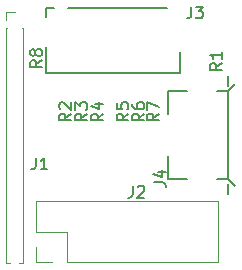
<source format=gbr>
G04 #@! TF.GenerationSoftware,KiCad,Pcbnew,5.1.2+dfsg1-1*
G04 #@! TF.CreationDate,2019-07-11T20:13:02+09:00*
G04 #@! TF.ProjectId,slice_sdusbios,736c6963-655f-4736-9475-7362696f732e,rev?*
G04 #@! TF.SameCoordinates,Original*
G04 #@! TF.FileFunction,Legend,Top*
G04 #@! TF.FilePolarity,Positive*
%FSLAX46Y46*%
G04 Gerber Fmt 4.6, Leading zero omitted, Abs format (unit mm)*
G04 Created by KiCad (PCBNEW 5.1.2+dfsg1-1) date 2019-07-11 20:13:02*
%MOMM*%
%LPD*%
G04 APERTURE LIST*
%ADD10C,0.150000*%
%ADD11C,0.120000*%
G04 APERTURE END LIST*
D10*
X149760000Y-83520000D02*
X158160000Y-83520000D01*
X147870000Y-83520000D02*
X148560000Y-83520000D01*
X147870000Y-83520000D02*
X147870000Y-84270000D01*
X159270000Y-89020000D02*
X159270000Y-87230000D01*
X147870000Y-89020000D02*
X147870000Y-86770000D01*
X159270000Y-89020000D02*
X147870000Y-89020000D01*
D11*
X144555000Y-105060000D02*
X144855507Y-105060000D01*
X145644493Y-105060000D02*
X145945000Y-105060000D01*
X144555000Y-85185000D02*
X144555000Y-105060000D01*
X145945000Y-85185000D02*
X145945000Y-105060000D01*
X144555000Y-85185000D02*
X144641724Y-85185000D01*
X145858276Y-85185000D02*
X145945000Y-85185000D01*
X144555000Y-84500000D02*
X144555000Y-83815000D01*
X144555000Y-83815000D02*
X145250000Y-83815000D01*
X147070000Y-105030000D02*
X147070000Y-103700000D01*
X148400000Y-105030000D02*
X147070000Y-105030000D01*
X147070000Y-102430000D02*
X147070000Y-99830000D01*
X149670000Y-102430000D02*
X147070000Y-102430000D01*
X149670000Y-105030000D02*
X149670000Y-102430000D01*
X147070000Y-99830000D02*
X162430000Y-99830000D01*
X149670000Y-105030000D02*
X162430000Y-105030000D01*
X162430000Y-105030000D02*
X162430000Y-99830000D01*
D10*
X163270000Y-98380000D02*
X163270000Y-99230000D01*
X163270000Y-90080000D02*
X163270000Y-89230000D01*
X163270000Y-97930000D02*
X162370000Y-97930000D01*
X163270000Y-90530000D02*
X162370000Y-90530000D01*
X158270000Y-97930000D02*
X159820000Y-97930000D01*
X158270000Y-90530000D02*
X159820000Y-90530000D01*
X158270000Y-92430000D02*
X158270000Y-90530000D01*
X163270000Y-97930000D02*
X163920000Y-98530000D01*
X163270000Y-90530000D02*
X163920000Y-89930000D01*
X158270000Y-96030000D02*
X158270000Y-97930000D01*
X163270000Y-97930000D02*
X163270000Y-90530000D01*
X160186666Y-83372380D02*
X160186666Y-84086666D01*
X160139047Y-84229523D01*
X160043809Y-84324761D01*
X159900952Y-84372380D01*
X159805714Y-84372380D01*
X160567619Y-83372380D02*
X161186666Y-83372380D01*
X160853333Y-83753333D01*
X160996190Y-83753333D01*
X161091428Y-83800952D01*
X161139047Y-83848571D01*
X161186666Y-83943809D01*
X161186666Y-84181904D01*
X161139047Y-84277142D01*
X161091428Y-84324761D01*
X160996190Y-84372380D01*
X160710476Y-84372380D01*
X160615238Y-84324761D01*
X160567619Y-84277142D01*
X147016666Y-96142380D02*
X147016666Y-96856666D01*
X146969047Y-96999523D01*
X146873809Y-97094761D01*
X146730952Y-97142380D01*
X146635714Y-97142380D01*
X148016666Y-97142380D02*
X147445238Y-97142380D01*
X147730952Y-97142380D02*
X147730952Y-96142380D01*
X147635714Y-96285238D01*
X147540476Y-96380476D01*
X147445238Y-96428095D01*
X155236666Y-98532380D02*
X155236666Y-99246666D01*
X155189047Y-99389523D01*
X155093809Y-99484761D01*
X154950952Y-99532380D01*
X154855714Y-99532380D01*
X155665238Y-98627619D02*
X155712857Y-98580000D01*
X155808095Y-98532380D01*
X156046190Y-98532380D01*
X156141428Y-98580000D01*
X156189047Y-98627619D01*
X156236666Y-98722857D01*
X156236666Y-98818095D01*
X156189047Y-98960952D01*
X155617619Y-99532380D01*
X156236666Y-99532380D01*
X157022380Y-98238333D02*
X157736666Y-98238333D01*
X157879523Y-98285952D01*
X157974761Y-98381190D01*
X158022380Y-98524047D01*
X158022380Y-98619285D01*
X157355714Y-97333571D02*
X158022380Y-97333571D01*
X156974761Y-97571666D02*
X157689047Y-97809761D01*
X157689047Y-97190714D01*
X147572380Y-87916666D02*
X147096190Y-88250000D01*
X147572380Y-88488095D02*
X146572380Y-88488095D01*
X146572380Y-88107142D01*
X146620000Y-88011904D01*
X146667619Y-87964285D01*
X146762857Y-87916666D01*
X146905714Y-87916666D01*
X147000952Y-87964285D01*
X147048571Y-88011904D01*
X147096190Y-88107142D01*
X147096190Y-88488095D01*
X147000952Y-87345238D02*
X146953333Y-87440476D01*
X146905714Y-87488095D01*
X146810476Y-87535714D01*
X146762857Y-87535714D01*
X146667619Y-87488095D01*
X146620000Y-87440476D01*
X146572380Y-87345238D01*
X146572380Y-87154761D01*
X146620000Y-87059523D01*
X146667619Y-87011904D01*
X146762857Y-86964285D01*
X146810476Y-86964285D01*
X146905714Y-87011904D01*
X146953333Y-87059523D01*
X147000952Y-87154761D01*
X147000952Y-87345238D01*
X147048571Y-87440476D01*
X147096190Y-87488095D01*
X147191428Y-87535714D01*
X147381904Y-87535714D01*
X147477142Y-87488095D01*
X147524761Y-87440476D01*
X147572380Y-87345238D01*
X147572380Y-87154761D01*
X147524761Y-87059523D01*
X147477142Y-87011904D01*
X147381904Y-86964285D01*
X147191428Y-86964285D01*
X147096190Y-87011904D01*
X147048571Y-87059523D01*
X147000952Y-87154761D01*
X157442380Y-92426666D02*
X156966190Y-92760000D01*
X157442380Y-92998095D02*
X156442380Y-92998095D01*
X156442380Y-92617142D01*
X156490000Y-92521904D01*
X156537619Y-92474285D01*
X156632857Y-92426666D01*
X156775714Y-92426666D01*
X156870952Y-92474285D01*
X156918571Y-92521904D01*
X156966190Y-92617142D01*
X156966190Y-92998095D01*
X156442380Y-92093333D02*
X156442380Y-91426666D01*
X157442380Y-91855238D01*
X156212380Y-92426666D02*
X155736190Y-92760000D01*
X156212380Y-92998095D02*
X155212380Y-92998095D01*
X155212380Y-92617142D01*
X155260000Y-92521904D01*
X155307619Y-92474285D01*
X155402857Y-92426666D01*
X155545714Y-92426666D01*
X155640952Y-92474285D01*
X155688571Y-92521904D01*
X155736190Y-92617142D01*
X155736190Y-92998095D01*
X155212380Y-91569523D02*
X155212380Y-91760000D01*
X155260000Y-91855238D01*
X155307619Y-91902857D01*
X155450476Y-91998095D01*
X155640952Y-92045714D01*
X156021904Y-92045714D01*
X156117142Y-91998095D01*
X156164761Y-91950476D01*
X156212380Y-91855238D01*
X156212380Y-91664761D01*
X156164761Y-91569523D01*
X156117142Y-91521904D01*
X156021904Y-91474285D01*
X155783809Y-91474285D01*
X155688571Y-91521904D01*
X155640952Y-91569523D01*
X155593333Y-91664761D01*
X155593333Y-91855238D01*
X155640952Y-91950476D01*
X155688571Y-91998095D01*
X155783809Y-92045714D01*
X154872380Y-92436666D02*
X154396190Y-92770000D01*
X154872380Y-93008095D02*
X153872380Y-93008095D01*
X153872380Y-92627142D01*
X153920000Y-92531904D01*
X153967619Y-92484285D01*
X154062857Y-92436666D01*
X154205714Y-92436666D01*
X154300952Y-92484285D01*
X154348571Y-92531904D01*
X154396190Y-92627142D01*
X154396190Y-93008095D01*
X153872380Y-91531904D02*
X153872380Y-92008095D01*
X154348571Y-92055714D01*
X154300952Y-92008095D01*
X154253333Y-91912857D01*
X154253333Y-91674761D01*
X154300952Y-91579523D01*
X154348571Y-91531904D01*
X154443809Y-91484285D01*
X154681904Y-91484285D01*
X154777142Y-91531904D01*
X154824761Y-91579523D01*
X154872380Y-91674761D01*
X154872380Y-91912857D01*
X154824761Y-92008095D01*
X154777142Y-92055714D01*
X152752380Y-92436666D02*
X152276190Y-92770000D01*
X152752380Y-93008095D02*
X151752380Y-93008095D01*
X151752380Y-92627142D01*
X151800000Y-92531904D01*
X151847619Y-92484285D01*
X151942857Y-92436666D01*
X152085714Y-92436666D01*
X152180952Y-92484285D01*
X152228571Y-92531904D01*
X152276190Y-92627142D01*
X152276190Y-93008095D01*
X152085714Y-91579523D02*
X152752380Y-91579523D01*
X151704761Y-91817619D02*
X152419047Y-92055714D01*
X152419047Y-91436666D01*
X151382380Y-92436666D02*
X150906190Y-92770000D01*
X151382380Y-93008095D02*
X150382380Y-93008095D01*
X150382380Y-92627142D01*
X150430000Y-92531904D01*
X150477619Y-92484285D01*
X150572857Y-92436666D01*
X150715714Y-92436666D01*
X150810952Y-92484285D01*
X150858571Y-92531904D01*
X150906190Y-92627142D01*
X150906190Y-93008095D01*
X150382380Y-92103333D02*
X150382380Y-91484285D01*
X150763333Y-91817619D01*
X150763333Y-91674761D01*
X150810952Y-91579523D01*
X150858571Y-91531904D01*
X150953809Y-91484285D01*
X151191904Y-91484285D01*
X151287142Y-91531904D01*
X151334761Y-91579523D01*
X151382380Y-91674761D01*
X151382380Y-91960476D01*
X151334761Y-92055714D01*
X151287142Y-92103333D01*
X150012380Y-92426666D02*
X149536190Y-92760000D01*
X150012380Y-92998095D02*
X149012380Y-92998095D01*
X149012380Y-92617142D01*
X149060000Y-92521904D01*
X149107619Y-92474285D01*
X149202857Y-92426666D01*
X149345714Y-92426666D01*
X149440952Y-92474285D01*
X149488571Y-92521904D01*
X149536190Y-92617142D01*
X149536190Y-92998095D01*
X149107619Y-92045714D02*
X149060000Y-91998095D01*
X149012380Y-91902857D01*
X149012380Y-91664761D01*
X149060000Y-91569523D01*
X149107619Y-91521904D01*
X149202857Y-91474285D01*
X149298095Y-91474285D01*
X149440952Y-91521904D01*
X150012380Y-92093333D01*
X150012380Y-91474285D01*
X162792380Y-88146666D02*
X162316190Y-88480000D01*
X162792380Y-88718095D02*
X161792380Y-88718095D01*
X161792380Y-88337142D01*
X161840000Y-88241904D01*
X161887619Y-88194285D01*
X161982857Y-88146666D01*
X162125714Y-88146666D01*
X162220952Y-88194285D01*
X162268571Y-88241904D01*
X162316190Y-88337142D01*
X162316190Y-88718095D01*
X162792380Y-87194285D02*
X162792380Y-87765714D01*
X162792380Y-87480000D02*
X161792380Y-87480000D01*
X161935238Y-87575238D01*
X162030476Y-87670476D01*
X162078095Y-87765714D01*
M02*

</source>
